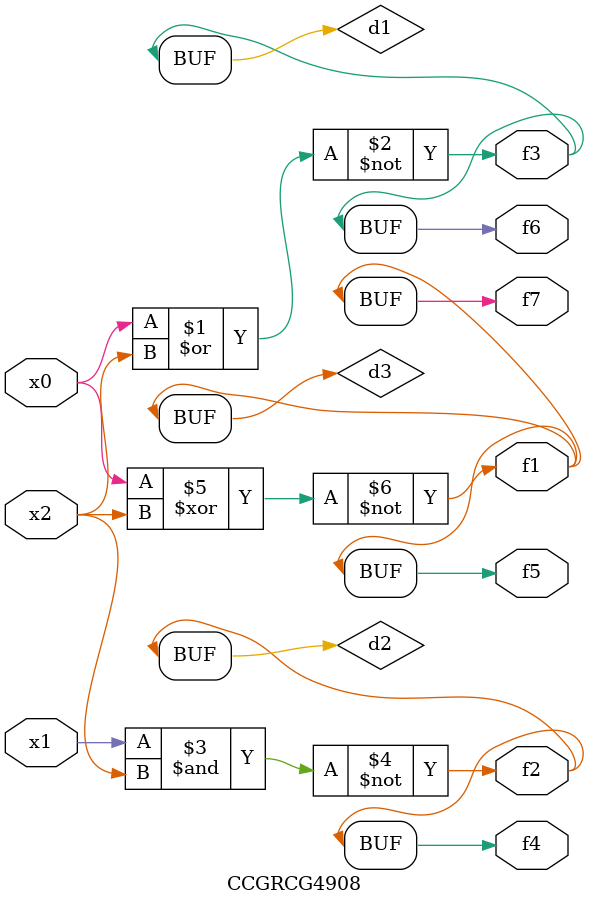
<source format=v>
module CCGRCG4908(
	input x0, x1, x2,
	output f1, f2, f3, f4, f5, f6, f7
);

	wire d1, d2, d3;

	nor (d1, x0, x2);
	nand (d2, x1, x2);
	xnor (d3, x0, x2);
	assign f1 = d3;
	assign f2 = d2;
	assign f3 = d1;
	assign f4 = d2;
	assign f5 = d3;
	assign f6 = d1;
	assign f7 = d3;
endmodule

</source>
